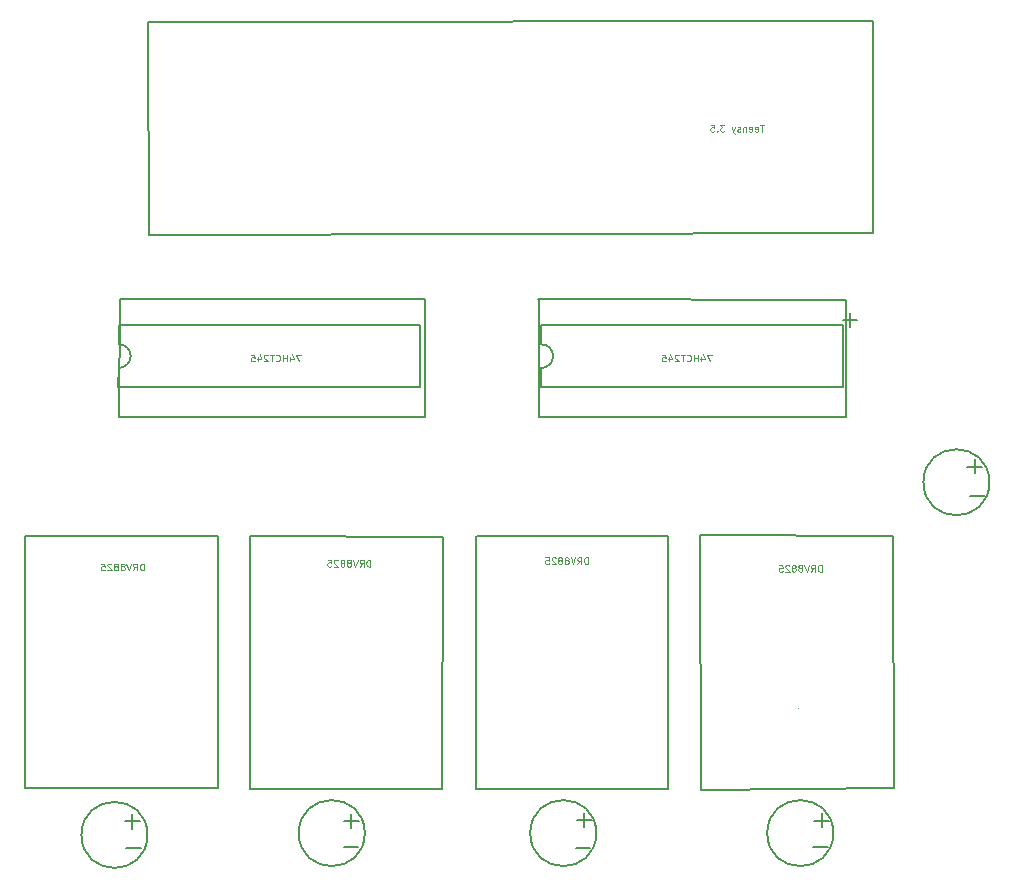
<source format=gbo>
G04 #@! TF.GenerationSoftware,KiCad,Pcbnew,(5.1.10)-1*
G04 #@! TF.CreationDate,2022-04-23T00:12:33-07:00*
G04 #@! TF.ProjectId,4Rose_5a_003_Black,34526f73-655f-4356-915f-3030335f426c,rev?*
G04 #@! TF.SameCoordinates,Original*
G04 #@! TF.FileFunction,Legend,Bot*
G04 #@! TF.FilePolarity,Positive*
%FSLAX46Y46*%
G04 Gerber Fmt 4.6, Leading zero omitted, Abs format (unit mm)*
G04 Created by KiCad (PCBNEW (5.1.10)-1) date 2022-04-23 00:12:33*
%MOMM*%
%LPD*%
G01*
G04 APERTURE LIST*
%ADD10C,0.190500*%
%ADD11C,0.101600*%
%ADD12C,0.150000*%
G04 APERTURE END LIST*
D10*
X138785600Y-166370000D02*
X140004800Y-166370000D01*
X157213300Y-166281100D02*
X158432500Y-166281100D01*
X176809400Y-166370000D02*
X178028600Y-166370000D01*
X196951600Y-166268400D02*
X198170800Y-166268400D01*
X210248500Y-136563100D02*
X211467700Y-136563100D01*
D11*
X140263638Y-142859880D02*
X140263638Y-142275680D01*
X140124542Y-142275680D01*
X140041085Y-142303500D01*
X139985447Y-142359138D01*
X139957628Y-142414776D01*
X139929809Y-142526052D01*
X139929809Y-142609509D01*
X139957628Y-142720785D01*
X139985447Y-142776423D01*
X140041085Y-142832061D01*
X140124542Y-142859880D01*
X140263638Y-142859880D01*
X139345609Y-142859880D02*
X139540342Y-142581690D01*
X139679438Y-142859880D02*
X139679438Y-142275680D01*
X139456885Y-142275680D01*
X139401247Y-142303500D01*
X139373428Y-142331319D01*
X139345609Y-142386957D01*
X139345609Y-142470414D01*
X139373428Y-142526052D01*
X139401247Y-142553871D01*
X139456885Y-142581690D01*
X139679438Y-142581690D01*
X139178695Y-142275680D02*
X138983961Y-142859880D01*
X138789228Y-142275680D01*
X138511038Y-142526052D02*
X138566676Y-142498233D01*
X138594495Y-142470414D01*
X138622314Y-142414776D01*
X138622314Y-142386957D01*
X138594495Y-142331319D01*
X138566676Y-142303500D01*
X138511038Y-142275680D01*
X138399761Y-142275680D01*
X138344123Y-142303500D01*
X138316304Y-142331319D01*
X138288485Y-142386957D01*
X138288485Y-142414776D01*
X138316304Y-142470414D01*
X138344123Y-142498233D01*
X138399761Y-142526052D01*
X138511038Y-142526052D01*
X138566676Y-142553871D01*
X138594495Y-142581690D01*
X138622314Y-142637328D01*
X138622314Y-142748604D01*
X138594495Y-142804242D01*
X138566676Y-142832061D01*
X138511038Y-142859880D01*
X138399761Y-142859880D01*
X138344123Y-142832061D01*
X138316304Y-142804242D01*
X138288485Y-142748604D01*
X138288485Y-142637328D01*
X138316304Y-142581690D01*
X138344123Y-142553871D01*
X138399761Y-142526052D01*
X137954657Y-142526052D02*
X138010295Y-142498233D01*
X138038114Y-142470414D01*
X138065933Y-142414776D01*
X138065933Y-142386957D01*
X138038114Y-142331319D01*
X138010295Y-142303500D01*
X137954657Y-142275680D01*
X137843380Y-142275680D01*
X137787742Y-142303500D01*
X137759923Y-142331319D01*
X137732104Y-142386957D01*
X137732104Y-142414776D01*
X137759923Y-142470414D01*
X137787742Y-142498233D01*
X137843380Y-142526052D01*
X137954657Y-142526052D01*
X138010295Y-142553871D01*
X138038114Y-142581690D01*
X138065933Y-142637328D01*
X138065933Y-142748604D01*
X138038114Y-142804242D01*
X138010295Y-142832061D01*
X137954657Y-142859880D01*
X137843380Y-142859880D01*
X137787742Y-142832061D01*
X137759923Y-142804242D01*
X137732104Y-142748604D01*
X137732104Y-142637328D01*
X137759923Y-142581690D01*
X137787742Y-142553871D01*
X137843380Y-142526052D01*
X137509552Y-142331319D02*
X137481733Y-142303500D01*
X137426095Y-142275680D01*
X137287000Y-142275680D01*
X137231361Y-142303500D01*
X137203542Y-142331319D01*
X137175723Y-142386957D01*
X137175723Y-142442595D01*
X137203542Y-142526052D01*
X137537371Y-142859880D01*
X137175723Y-142859880D01*
X136647161Y-142275680D02*
X136925352Y-142275680D01*
X136953171Y-142553871D01*
X136925352Y-142526052D01*
X136869714Y-142498233D01*
X136730619Y-142498233D01*
X136674980Y-142526052D01*
X136647161Y-142553871D01*
X136619342Y-142609509D01*
X136619342Y-142748604D01*
X136647161Y-142804242D01*
X136674980Y-142832061D01*
X136730619Y-142859880D01*
X136869714Y-142859880D01*
X136925352Y-142832061D01*
X136953171Y-142804242D01*
X159440638Y-142542380D02*
X159440638Y-141958180D01*
X159301542Y-141958180D01*
X159218085Y-141986000D01*
X159162447Y-142041638D01*
X159134628Y-142097276D01*
X159106809Y-142208552D01*
X159106809Y-142292009D01*
X159134628Y-142403285D01*
X159162447Y-142458923D01*
X159218085Y-142514561D01*
X159301542Y-142542380D01*
X159440638Y-142542380D01*
X158522609Y-142542380D02*
X158717342Y-142264190D01*
X158856438Y-142542380D02*
X158856438Y-141958180D01*
X158633885Y-141958180D01*
X158578247Y-141986000D01*
X158550428Y-142013819D01*
X158522609Y-142069457D01*
X158522609Y-142152914D01*
X158550428Y-142208552D01*
X158578247Y-142236371D01*
X158633885Y-142264190D01*
X158856438Y-142264190D01*
X158355695Y-141958180D02*
X158160961Y-142542380D01*
X157966228Y-141958180D01*
X157688038Y-142208552D02*
X157743676Y-142180733D01*
X157771495Y-142152914D01*
X157799314Y-142097276D01*
X157799314Y-142069457D01*
X157771495Y-142013819D01*
X157743676Y-141986000D01*
X157688038Y-141958180D01*
X157576761Y-141958180D01*
X157521123Y-141986000D01*
X157493304Y-142013819D01*
X157465485Y-142069457D01*
X157465485Y-142097276D01*
X157493304Y-142152914D01*
X157521123Y-142180733D01*
X157576761Y-142208552D01*
X157688038Y-142208552D01*
X157743676Y-142236371D01*
X157771495Y-142264190D01*
X157799314Y-142319828D01*
X157799314Y-142431104D01*
X157771495Y-142486742D01*
X157743676Y-142514561D01*
X157688038Y-142542380D01*
X157576761Y-142542380D01*
X157521123Y-142514561D01*
X157493304Y-142486742D01*
X157465485Y-142431104D01*
X157465485Y-142319828D01*
X157493304Y-142264190D01*
X157521123Y-142236371D01*
X157576761Y-142208552D01*
X157131657Y-142208552D02*
X157187295Y-142180733D01*
X157215114Y-142152914D01*
X157242933Y-142097276D01*
X157242933Y-142069457D01*
X157215114Y-142013819D01*
X157187295Y-141986000D01*
X157131657Y-141958180D01*
X157020380Y-141958180D01*
X156964742Y-141986000D01*
X156936923Y-142013819D01*
X156909104Y-142069457D01*
X156909104Y-142097276D01*
X156936923Y-142152914D01*
X156964742Y-142180733D01*
X157020380Y-142208552D01*
X157131657Y-142208552D01*
X157187295Y-142236371D01*
X157215114Y-142264190D01*
X157242933Y-142319828D01*
X157242933Y-142431104D01*
X157215114Y-142486742D01*
X157187295Y-142514561D01*
X157131657Y-142542380D01*
X157020380Y-142542380D01*
X156964742Y-142514561D01*
X156936923Y-142486742D01*
X156909104Y-142431104D01*
X156909104Y-142319828D01*
X156936923Y-142264190D01*
X156964742Y-142236371D01*
X157020380Y-142208552D01*
X156686552Y-142013819D02*
X156658733Y-141986000D01*
X156603095Y-141958180D01*
X156464000Y-141958180D01*
X156408361Y-141986000D01*
X156380542Y-142013819D01*
X156352723Y-142069457D01*
X156352723Y-142125095D01*
X156380542Y-142208552D01*
X156714371Y-142542380D01*
X156352723Y-142542380D01*
X155824161Y-141958180D02*
X156102352Y-141958180D01*
X156130171Y-142236371D01*
X156102352Y-142208552D01*
X156046714Y-142180733D01*
X155907619Y-142180733D01*
X155851980Y-142208552D01*
X155824161Y-142236371D01*
X155796342Y-142292009D01*
X155796342Y-142431104D01*
X155824161Y-142486742D01*
X155851980Y-142514561D01*
X155907619Y-142542380D01*
X156046714Y-142542380D01*
X156102352Y-142514561D01*
X156130171Y-142486742D01*
X177868338Y-142326480D02*
X177868338Y-141742280D01*
X177729242Y-141742280D01*
X177645785Y-141770100D01*
X177590147Y-141825738D01*
X177562328Y-141881376D01*
X177534509Y-141992652D01*
X177534509Y-142076109D01*
X177562328Y-142187385D01*
X177590147Y-142243023D01*
X177645785Y-142298661D01*
X177729242Y-142326480D01*
X177868338Y-142326480D01*
X176950309Y-142326480D02*
X177145042Y-142048290D01*
X177284138Y-142326480D02*
X177284138Y-141742280D01*
X177061585Y-141742280D01*
X177005947Y-141770100D01*
X176978128Y-141797919D01*
X176950309Y-141853557D01*
X176950309Y-141937014D01*
X176978128Y-141992652D01*
X177005947Y-142020471D01*
X177061585Y-142048290D01*
X177284138Y-142048290D01*
X176783395Y-141742280D02*
X176588661Y-142326480D01*
X176393928Y-141742280D01*
X176115738Y-141992652D02*
X176171376Y-141964833D01*
X176199195Y-141937014D01*
X176227014Y-141881376D01*
X176227014Y-141853557D01*
X176199195Y-141797919D01*
X176171376Y-141770100D01*
X176115738Y-141742280D01*
X176004461Y-141742280D01*
X175948823Y-141770100D01*
X175921004Y-141797919D01*
X175893185Y-141853557D01*
X175893185Y-141881376D01*
X175921004Y-141937014D01*
X175948823Y-141964833D01*
X176004461Y-141992652D01*
X176115738Y-141992652D01*
X176171376Y-142020471D01*
X176199195Y-142048290D01*
X176227014Y-142103928D01*
X176227014Y-142215204D01*
X176199195Y-142270842D01*
X176171376Y-142298661D01*
X176115738Y-142326480D01*
X176004461Y-142326480D01*
X175948823Y-142298661D01*
X175921004Y-142270842D01*
X175893185Y-142215204D01*
X175893185Y-142103928D01*
X175921004Y-142048290D01*
X175948823Y-142020471D01*
X176004461Y-141992652D01*
X175559357Y-141992652D02*
X175614995Y-141964833D01*
X175642814Y-141937014D01*
X175670633Y-141881376D01*
X175670633Y-141853557D01*
X175642814Y-141797919D01*
X175614995Y-141770100D01*
X175559357Y-141742280D01*
X175448080Y-141742280D01*
X175392442Y-141770100D01*
X175364623Y-141797919D01*
X175336804Y-141853557D01*
X175336804Y-141881376D01*
X175364623Y-141937014D01*
X175392442Y-141964833D01*
X175448080Y-141992652D01*
X175559357Y-141992652D01*
X175614995Y-142020471D01*
X175642814Y-142048290D01*
X175670633Y-142103928D01*
X175670633Y-142215204D01*
X175642814Y-142270842D01*
X175614995Y-142298661D01*
X175559357Y-142326480D01*
X175448080Y-142326480D01*
X175392442Y-142298661D01*
X175364623Y-142270842D01*
X175336804Y-142215204D01*
X175336804Y-142103928D01*
X175364623Y-142048290D01*
X175392442Y-142020471D01*
X175448080Y-141992652D01*
X175114252Y-141797919D02*
X175086433Y-141770100D01*
X175030795Y-141742280D01*
X174891700Y-141742280D01*
X174836061Y-141770100D01*
X174808242Y-141797919D01*
X174780423Y-141853557D01*
X174780423Y-141909195D01*
X174808242Y-141992652D01*
X175142071Y-142326480D01*
X174780423Y-142326480D01*
X174251861Y-141742280D02*
X174530052Y-141742280D01*
X174557871Y-142020471D01*
X174530052Y-141992652D01*
X174474414Y-141964833D01*
X174335319Y-141964833D01*
X174279680Y-141992652D01*
X174251861Y-142020471D01*
X174224042Y-142076109D01*
X174224042Y-142215204D01*
X174251861Y-142270842D01*
X174279680Y-142298661D01*
X174335319Y-142326480D01*
X174474414Y-142326480D01*
X174530052Y-142298661D01*
X174557871Y-142270842D01*
X197654938Y-142974180D02*
X197654938Y-142389980D01*
X197515842Y-142389980D01*
X197432385Y-142417800D01*
X197376747Y-142473438D01*
X197348928Y-142529076D01*
X197321109Y-142640352D01*
X197321109Y-142723809D01*
X197348928Y-142835085D01*
X197376747Y-142890723D01*
X197432385Y-142946361D01*
X197515842Y-142974180D01*
X197654938Y-142974180D01*
X196736909Y-142974180D02*
X196931642Y-142695990D01*
X197070738Y-142974180D02*
X197070738Y-142389980D01*
X196848185Y-142389980D01*
X196792547Y-142417800D01*
X196764728Y-142445619D01*
X196736909Y-142501257D01*
X196736909Y-142584714D01*
X196764728Y-142640352D01*
X196792547Y-142668171D01*
X196848185Y-142695990D01*
X197070738Y-142695990D01*
X196569995Y-142389980D02*
X196375261Y-142974180D01*
X196180528Y-142389980D01*
X195902338Y-142640352D02*
X195957976Y-142612533D01*
X195985795Y-142584714D01*
X196013614Y-142529076D01*
X196013614Y-142501257D01*
X195985795Y-142445619D01*
X195957976Y-142417800D01*
X195902338Y-142389980D01*
X195791061Y-142389980D01*
X195735423Y-142417800D01*
X195707604Y-142445619D01*
X195679785Y-142501257D01*
X195679785Y-142529076D01*
X195707604Y-142584714D01*
X195735423Y-142612533D01*
X195791061Y-142640352D01*
X195902338Y-142640352D01*
X195957976Y-142668171D01*
X195985795Y-142695990D01*
X196013614Y-142751628D01*
X196013614Y-142862904D01*
X195985795Y-142918542D01*
X195957976Y-142946361D01*
X195902338Y-142974180D01*
X195791061Y-142974180D01*
X195735423Y-142946361D01*
X195707604Y-142918542D01*
X195679785Y-142862904D01*
X195679785Y-142751628D01*
X195707604Y-142695990D01*
X195735423Y-142668171D01*
X195791061Y-142640352D01*
X195345957Y-142640352D02*
X195401595Y-142612533D01*
X195429414Y-142584714D01*
X195457233Y-142529076D01*
X195457233Y-142501257D01*
X195429414Y-142445619D01*
X195401595Y-142417800D01*
X195345957Y-142389980D01*
X195234680Y-142389980D01*
X195179042Y-142417800D01*
X195151223Y-142445619D01*
X195123404Y-142501257D01*
X195123404Y-142529076D01*
X195151223Y-142584714D01*
X195179042Y-142612533D01*
X195234680Y-142640352D01*
X195345957Y-142640352D01*
X195401595Y-142668171D01*
X195429414Y-142695990D01*
X195457233Y-142751628D01*
X195457233Y-142862904D01*
X195429414Y-142918542D01*
X195401595Y-142946361D01*
X195345957Y-142974180D01*
X195234680Y-142974180D01*
X195179042Y-142946361D01*
X195151223Y-142918542D01*
X195123404Y-142862904D01*
X195123404Y-142751628D01*
X195151223Y-142695990D01*
X195179042Y-142668171D01*
X195234680Y-142640352D01*
X194900852Y-142445619D02*
X194873033Y-142417800D01*
X194817395Y-142389980D01*
X194678300Y-142389980D01*
X194622661Y-142417800D01*
X194594842Y-142445619D01*
X194567023Y-142501257D01*
X194567023Y-142556895D01*
X194594842Y-142640352D01*
X194928671Y-142974180D01*
X194567023Y-142974180D01*
X194038461Y-142389980D02*
X194316652Y-142389980D01*
X194344471Y-142668171D01*
X194316652Y-142640352D01*
X194261014Y-142612533D01*
X194121919Y-142612533D01*
X194066280Y-142640352D01*
X194038461Y-142668171D01*
X194010642Y-142723809D01*
X194010642Y-142862904D01*
X194038461Y-142918542D01*
X194066280Y-142946361D01*
X194121919Y-142974180D01*
X194261014Y-142974180D01*
X194316652Y-142946361D01*
X194344471Y-142918542D01*
X192783580Y-105115480D02*
X192449752Y-105115480D01*
X192616666Y-105699680D02*
X192616666Y-105115480D01*
X192032466Y-105671861D02*
X192088104Y-105699680D01*
X192199380Y-105699680D01*
X192255019Y-105671861D01*
X192282838Y-105616223D01*
X192282838Y-105393671D01*
X192255019Y-105338033D01*
X192199380Y-105310214D01*
X192088104Y-105310214D01*
X192032466Y-105338033D01*
X192004647Y-105393671D01*
X192004647Y-105449309D01*
X192282838Y-105504947D01*
X191531723Y-105671861D02*
X191587361Y-105699680D01*
X191698638Y-105699680D01*
X191754276Y-105671861D01*
X191782095Y-105616223D01*
X191782095Y-105393671D01*
X191754276Y-105338033D01*
X191698638Y-105310214D01*
X191587361Y-105310214D01*
X191531723Y-105338033D01*
X191503904Y-105393671D01*
X191503904Y-105449309D01*
X191782095Y-105504947D01*
X191253533Y-105310214D02*
X191253533Y-105699680D01*
X191253533Y-105365852D02*
X191225714Y-105338033D01*
X191170076Y-105310214D01*
X191086619Y-105310214D01*
X191030980Y-105338033D01*
X191003161Y-105393671D01*
X191003161Y-105699680D01*
X190752790Y-105671861D02*
X190697152Y-105699680D01*
X190585876Y-105699680D01*
X190530238Y-105671861D01*
X190502419Y-105616223D01*
X190502419Y-105588404D01*
X190530238Y-105532766D01*
X190585876Y-105504947D01*
X190669333Y-105504947D01*
X190724971Y-105477128D01*
X190752790Y-105421490D01*
X190752790Y-105393671D01*
X190724971Y-105338033D01*
X190669333Y-105310214D01*
X190585876Y-105310214D01*
X190530238Y-105338033D01*
X190307685Y-105310214D02*
X190168590Y-105699680D01*
X190029495Y-105310214D02*
X190168590Y-105699680D01*
X190224228Y-105838776D01*
X190252047Y-105866595D01*
X190307685Y-105894414D01*
X189417476Y-105115480D02*
X189055828Y-105115480D01*
X189250561Y-105338033D01*
X189167104Y-105338033D01*
X189111466Y-105365852D01*
X189083647Y-105393671D01*
X189055828Y-105449309D01*
X189055828Y-105588404D01*
X189083647Y-105644042D01*
X189111466Y-105671861D01*
X189167104Y-105699680D01*
X189334019Y-105699680D01*
X189389657Y-105671861D01*
X189417476Y-105644042D01*
X188805457Y-105644042D02*
X188777638Y-105671861D01*
X188805457Y-105699680D01*
X188833276Y-105671861D01*
X188805457Y-105644042D01*
X188805457Y-105699680D01*
X188249076Y-105115480D02*
X188527266Y-105115480D01*
X188555085Y-105393671D01*
X188527266Y-105365852D01*
X188471628Y-105338033D01*
X188332533Y-105338033D01*
X188276895Y-105365852D01*
X188249076Y-105393671D01*
X188221257Y-105449309D01*
X188221257Y-105588404D01*
X188249076Y-105644042D01*
X188276895Y-105671861D01*
X188332533Y-105699680D01*
X188471628Y-105699680D01*
X188527266Y-105671861D01*
X188555085Y-105644042D01*
X153537557Y-124584580D02*
X153148090Y-124584580D01*
X153398461Y-125168780D01*
X152675166Y-124779314D02*
X152675166Y-125168780D01*
X152814261Y-124556761D02*
X152953357Y-124974047D01*
X152591709Y-124974047D01*
X152369157Y-125168780D02*
X152369157Y-124584580D01*
X152369157Y-124862771D02*
X152035328Y-124862771D01*
X152035328Y-125168780D02*
X152035328Y-124584580D01*
X151423309Y-125113142D02*
X151451128Y-125140961D01*
X151534585Y-125168780D01*
X151590223Y-125168780D01*
X151673680Y-125140961D01*
X151729319Y-125085323D01*
X151757138Y-125029685D01*
X151784957Y-124918409D01*
X151784957Y-124834952D01*
X151757138Y-124723676D01*
X151729319Y-124668038D01*
X151673680Y-124612400D01*
X151590223Y-124584580D01*
X151534585Y-124584580D01*
X151451128Y-124612400D01*
X151423309Y-124640219D01*
X151256395Y-124584580D02*
X150922566Y-124584580D01*
X151089480Y-125168780D02*
X151089480Y-124584580D01*
X150755652Y-124640219D02*
X150727833Y-124612400D01*
X150672195Y-124584580D01*
X150533100Y-124584580D01*
X150477461Y-124612400D01*
X150449642Y-124640219D01*
X150421823Y-124695857D01*
X150421823Y-124751495D01*
X150449642Y-124834952D01*
X150783471Y-125168780D01*
X150421823Y-125168780D01*
X149921080Y-124779314D02*
X149921080Y-125168780D01*
X150060176Y-124556761D02*
X150199271Y-124974047D01*
X149837623Y-124974047D01*
X149336880Y-124584580D02*
X149615071Y-124584580D01*
X149642890Y-124862771D01*
X149615071Y-124834952D01*
X149559433Y-124807133D01*
X149420338Y-124807133D01*
X149364700Y-124834952D01*
X149336880Y-124862771D01*
X149309061Y-124918409D01*
X149309061Y-125057504D01*
X149336880Y-125113142D01*
X149364700Y-125140961D01*
X149420338Y-125168780D01*
X149559433Y-125168780D01*
X149615071Y-125140961D01*
X149642890Y-125113142D01*
X188322857Y-124584580D02*
X187933390Y-124584580D01*
X188183761Y-125168780D01*
X187460466Y-124779314D02*
X187460466Y-125168780D01*
X187599561Y-124556761D02*
X187738657Y-124974047D01*
X187377009Y-124974047D01*
X187154457Y-125168780D02*
X187154457Y-124584580D01*
X187154457Y-124862771D02*
X186820628Y-124862771D01*
X186820628Y-125168780D02*
X186820628Y-124584580D01*
X186208609Y-125113142D02*
X186236428Y-125140961D01*
X186319885Y-125168780D01*
X186375523Y-125168780D01*
X186458980Y-125140961D01*
X186514619Y-125085323D01*
X186542438Y-125029685D01*
X186570257Y-124918409D01*
X186570257Y-124834952D01*
X186542438Y-124723676D01*
X186514619Y-124668038D01*
X186458980Y-124612400D01*
X186375523Y-124584580D01*
X186319885Y-124584580D01*
X186236428Y-124612400D01*
X186208609Y-124640219D01*
X186041695Y-124584580D02*
X185707866Y-124584580D01*
X185874780Y-125168780D02*
X185874780Y-124584580D01*
X185540952Y-124640219D02*
X185513133Y-124612400D01*
X185457495Y-124584580D01*
X185318400Y-124584580D01*
X185262761Y-124612400D01*
X185234942Y-124640219D01*
X185207123Y-124695857D01*
X185207123Y-124751495D01*
X185234942Y-124834952D01*
X185568771Y-125168780D01*
X185207123Y-125168780D01*
X184706380Y-124779314D02*
X184706380Y-125168780D01*
X184845476Y-124556761D02*
X184984571Y-124974047D01*
X184622923Y-124974047D01*
X184122180Y-124584580D02*
X184400371Y-124584580D01*
X184428190Y-124862771D01*
X184400371Y-124834952D01*
X184344733Y-124807133D01*
X184205638Y-124807133D01*
X184150000Y-124834952D01*
X184122180Y-124862771D01*
X184094361Y-124918409D01*
X184094361Y-125057504D01*
X184122180Y-125113142D01*
X184150000Y-125140961D01*
X184205638Y-125168780D01*
X184344733Y-125168780D01*
X184400371Y-125140961D01*
X184428190Y-125113142D01*
D10*
X210591400Y-133451600D02*
X210591400Y-134645400D01*
X209969100Y-134073900D02*
X211188300Y-134073900D01*
D12*
X211848700Y-135394700D02*
G75*
G03*
X211848700Y-135394700I-2794000J0D01*
G01*
X140563600Y-165252400D02*
G75*
G03*
X140563600Y-165252400I-2794000J0D01*
G01*
X158965900Y-165100000D02*
G75*
G03*
X158965900Y-165100000I-2794000J0D01*
G01*
X178562000Y-165100000D02*
G75*
G03*
X178562000Y-165100000I-2794000J0D01*
G01*
X198628000Y-165100000D02*
G75*
G03*
X198628000Y-165100000I-2794000J0D01*
G01*
X187426600Y-161417000D02*
X187388500Y-139979400D01*
X203784200Y-161239200D02*
X187426600Y-161417000D01*
X203682600Y-139903200D02*
X203784200Y-161239200D01*
X187388500Y-139865100D02*
X203682600Y-139903200D01*
X184670700Y-139979400D02*
X168452800Y-139979400D01*
X184658000Y-161378900D02*
X184670700Y-139979400D01*
X168402000Y-161378900D02*
X184658000Y-161378900D01*
X168363900Y-139903200D02*
X168402000Y-161378900D01*
X165569900Y-140017500D02*
X149250400Y-139903200D01*
X165544500Y-161378900D02*
X165569900Y-140017500D01*
X149288500Y-161353500D02*
X165544500Y-161378900D01*
X149288500Y-139979400D02*
X149288500Y-161353500D01*
X130200400Y-161277300D02*
X130200400Y-139979400D01*
X146532600Y-161239200D02*
X130200400Y-161277300D01*
X146558000Y-139979400D02*
X146532600Y-161239200D01*
X130238500Y-139941300D02*
X146558000Y-139979400D01*
X199707500Y-119926100D02*
X173659800Y-119888000D01*
X199745600Y-129870200D02*
X199707500Y-119926100D01*
X173723300Y-129908300D02*
X199745600Y-129870200D01*
X173697900Y-119964200D02*
X173723300Y-129908300D01*
X164058600Y-119849900D02*
X138264900Y-119875300D01*
X164033200Y-129882900D02*
X164058600Y-119849900D01*
X138150600Y-129882900D02*
X164033200Y-129882900D01*
X138201400Y-119913400D02*
X138150600Y-129882900D01*
X199440800Y-122085100D02*
X199428100Y-127368300D01*
X173913800Y-122059700D02*
X199440800Y-122085100D01*
X173875700Y-127355600D02*
X173901100Y-125679200D01*
X173913800Y-123710700D02*
X173913800Y-122059700D01*
X199428100Y-127368300D02*
X173875700Y-127355600D01*
X173901096Y-123710460D02*
G75*
G02*
X173888401Y-125717299I12704J-1003540D01*
G01*
X140614400Y-96456500D02*
X140614400Y-96710500D01*
X201980800Y-96380300D02*
X140614400Y-96456500D01*
X202006200Y-114325400D02*
X201980800Y-96380300D01*
X140716000Y-114452400D02*
X202006200Y-114325400D01*
X140652500Y-96697800D02*
X140716000Y-114452400D01*
X138099800Y-127355600D02*
X138125200Y-125679200D01*
X163652200Y-127368300D02*
X138099800Y-127355600D01*
X163664900Y-122085100D02*
X163652200Y-127368300D01*
X138137900Y-122059700D02*
X163664900Y-122085100D01*
X138137900Y-123710700D02*
X138137900Y-122059700D01*
X138125196Y-123710460D02*
G75*
G02*
X138112501Y-125717299I12704J-1003540D01*
G01*
D10*
X200088500Y-121043700D02*
X200088500Y-122237500D01*
X199453500Y-121678700D02*
X200672700Y-121678700D01*
D11*
X195605400Y-154533600D02*
X195605400Y-154508200D01*
D10*
X197040500Y-164045900D02*
X198259700Y-164045900D01*
X197662800Y-163423600D02*
X197662800Y-164617400D01*
X176898300Y-163969700D02*
X178168300Y-163969700D01*
X177533300Y-163360100D02*
X177533300Y-164579300D01*
X157187900Y-164045900D02*
X158483300Y-164045900D01*
X157835600Y-163449000D02*
X157835600Y-164668200D01*
X139928600Y-164096700D02*
X138658600Y-164096700D01*
X139268200Y-163461700D02*
X139268200Y-164731700D01*
M02*

</source>
